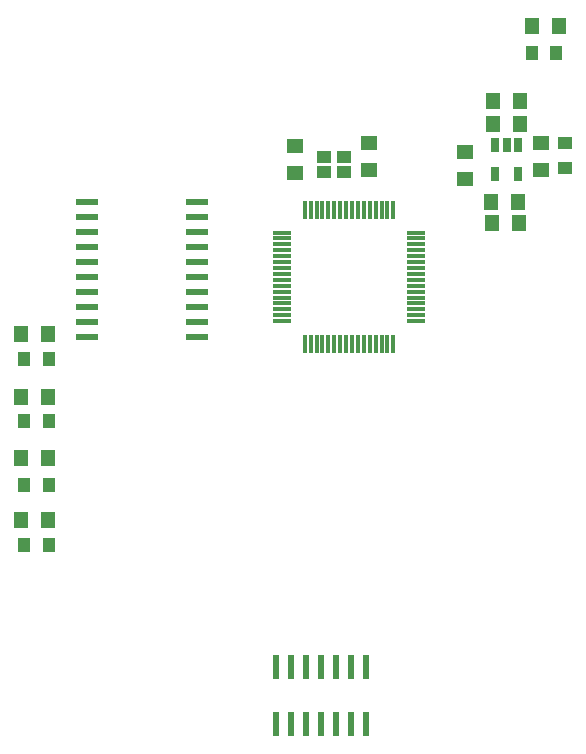
<source format=gtp>
G04*
G04 #@! TF.GenerationSoftware,Altium Limited,Altium Designer,18.1.5 (160)*
G04*
G04 Layer_Color=8421504*
%FSTAX24Y24*%
%MOIN*%
G70*
G01*
G75*
%ADD18R,0.0433X0.0472*%
%ADD19R,0.0500X0.0550*%
%ADD20R,0.0472X0.0394*%
%ADD21R,0.0591X0.0118*%
%ADD22R,0.0118X0.0591*%
%ADD23R,0.0550X0.0500*%
%ADD24R,0.0472X0.0433*%
%ADD25R,0.0264X0.0461*%
%ADD26R,0.0240X0.0810*%
%ADD27R,0.0780X0.0220*%
D18*
X019233Y023D02*
D03*
X018407D02*
D03*
X019233Y025D02*
D03*
X018407D02*
D03*
X019233Y0292D02*
D03*
X018407D02*
D03*
X019233Y027135D02*
D03*
X018407D02*
D03*
X035337Y0394D02*
D03*
X036163D02*
D03*
D19*
X01923Y02385D02*
D03*
X01833D02*
D03*
X01923Y0259D02*
D03*
X01833D02*
D03*
X01923Y027935D02*
D03*
X01833D02*
D03*
X01923Y03005D02*
D03*
X01833D02*
D03*
X03495Y0378D02*
D03*
X03405D02*
D03*
X03495Y03705D02*
D03*
X03405D02*
D03*
X033996Y03445D02*
D03*
X034896D02*
D03*
X034Y03375D02*
D03*
X0349D02*
D03*
X036237Y0403D02*
D03*
X035337D02*
D03*
D20*
X028415Y035956D02*
D03*
X029085D02*
D03*
Y035444D02*
D03*
X028415D02*
D03*
D21*
X027006Y030474D02*
D03*
Y03067D02*
D03*
Y030867D02*
D03*
Y031064D02*
D03*
Y031261D02*
D03*
Y031458D02*
D03*
Y031655D02*
D03*
Y031852D02*
D03*
Y032048D02*
D03*
Y032245D02*
D03*
Y032442D02*
D03*
Y032639D02*
D03*
Y032836D02*
D03*
Y033033D02*
D03*
Y03323D02*
D03*
Y033426D02*
D03*
X031494D02*
D03*
Y03323D02*
D03*
Y033033D02*
D03*
Y032836D02*
D03*
Y032639D02*
D03*
Y032442D02*
D03*
Y032245D02*
D03*
Y032048D02*
D03*
Y031852D02*
D03*
Y031655D02*
D03*
Y031458D02*
D03*
Y031261D02*
D03*
Y031064D02*
D03*
Y030867D02*
D03*
Y03067D02*
D03*
Y030474D02*
D03*
D22*
X027774Y034194D02*
D03*
X02797D02*
D03*
X028167D02*
D03*
X028364D02*
D03*
X028561D02*
D03*
X028758D02*
D03*
X028955D02*
D03*
X029152D02*
D03*
X029348D02*
D03*
X029545D02*
D03*
X029742D02*
D03*
X029939D02*
D03*
X030136D02*
D03*
X030333D02*
D03*
X03053D02*
D03*
X030726D02*
D03*
Y029706D02*
D03*
X03053D02*
D03*
X030333D02*
D03*
X030136D02*
D03*
X029939D02*
D03*
X029742D02*
D03*
X029545D02*
D03*
X029348D02*
D03*
X029152D02*
D03*
X028955D02*
D03*
X028758D02*
D03*
X028561D02*
D03*
X028364D02*
D03*
X028167D02*
D03*
X02797D02*
D03*
X027774D02*
D03*
D23*
X03565Y036401D02*
D03*
Y035501D02*
D03*
X0331Y0352D02*
D03*
Y0361D02*
D03*
X0299Y0355D02*
D03*
Y0364D02*
D03*
X02745Y0363D02*
D03*
Y0354D02*
D03*
D24*
X03645Y036413D02*
D03*
Y035587D02*
D03*
D25*
X03487Y03633D02*
D03*
X0345D02*
D03*
X03413D02*
D03*
Y03537D02*
D03*
X03487D02*
D03*
D26*
X0298Y01894D02*
D03*
X0293D02*
D03*
X0288D02*
D03*
X0283D02*
D03*
X0278D02*
D03*
X0273D02*
D03*
X0268D02*
D03*
Y01705D02*
D03*
X0273D02*
D03*
X0278D02*
D03*
X0283D02*
D03*
X0288D02*
D03*
X0293D02*
D03*
X0298D02*
D03*
D27*
X02419Y02995D02*
D03*
Y03045D02*
D03*
Y03095D02*
D03*
Y03145D02*
D03*
Y03195D02*
D03*
Y03245D02*
D03*
Y03295D02*
D03*
Y03345D02*
D03*
Y03395D02*
D03*
Y03445D02*
D03*
X02051D02*
D03*
Y03395D02*
D03*
Y03345D02*
D03*
Y03295D02*
D03*
Y03245D02*
D03*
Y03195D02*
D03*
Y03145D02*
D03*
Y03095D02*
D03*
Y03045D02*
D03*
Y02995D02*
D03*
M02*

</source>
